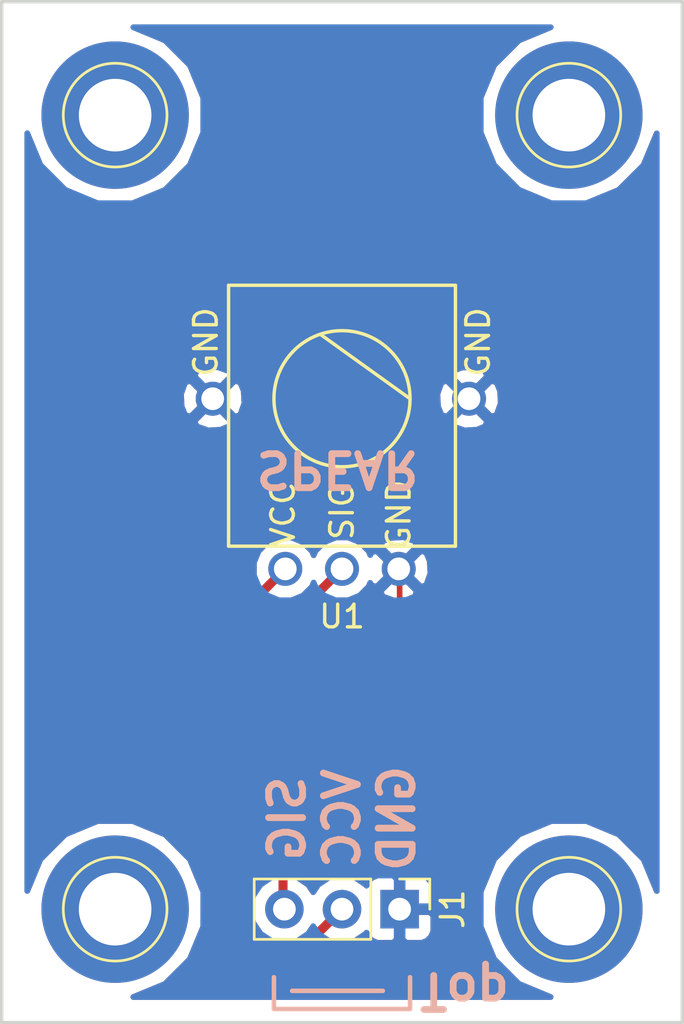
<source format=kicad_pcb>
(kicad_pcb (version 4) (host pcbnew 4.0.7)

  (general
    (links 5)
    (no_connects 0)
    (area 119.924999 69.924999 150.075001 115.075001)
    (thickness 1.6)
    (drawings 13)
    (tracks 11)
    (zones 0)
    (modules 6)
    (nets 4)
  )

  (page A4)
  (layers
    (0 F.Cu signal)
    (31 B.Cu signal)
    (32 B.Adhes user)
    (33 F.Adhes user)
    (34 B.Paste user)
    (35 F.Paste user)
    (36 B.SilkS user)
    (37 F.SilkS user)
    (38 B.Mask user)
    (39 F.Mask user)
    (40 Dwgs.User user)
    (41 Cmts.User user)
    (42 Eco1.User user)
    (43 Eco2.User user)
    (44 Edge.Cuts user)
    (45 Margin user)
    (46 B.CrtYd user)
    (47 F.CrtYd user)
    (48 B.Fab user)
    (49 F.Fab user)
  )

  (setup
    (last_trace_width 0.25)
    (trace_clearance 0.2)
    (zone_clearance 0.508)
    (zone_45_only no)
    (trace_min 0.2)
    (segment_width 0.2)
    (edge_width 0.15)
    (via_size 0.6)
    (via_drill 0.4)
    (via_min_size 0.4)
    (via_min_drill 0.3)
    (uvia_size 0.3)
    (uvia_drill 0.1)
    (uvias_allowed no)
    (uvia_min_size 0.2)
    (uvia_min_drill 0.1)
    (pcb_text_width 0.3)
    (pcb_text_size 1.5 1.5)
    (mod_edge_width 0.15)
    (mod_text_size 1 1)
    (mod_text_width 0.15)
    (pad_size 6.5 6.5)
    (pad_drill 3.2)
    (pad_to_mask_clearance 0.2)
    (aux_axis_origin 120 70)
    (grid_origin 120 70)
    (visible_elements 7FFFFFFF)
    (pcbplotparams
      (layerselection 0x010f0_80000001)
      (usegerberextensions false)
      (excludeedgelayer true)
      (linewidth 0.100000)
      (plotframeref false)
      (viasonmask false)
      (mode 1)
      (useauxorigin false)
      (hpglpennumber 1)
      (hpglpenspeed 20)
      (hpglpendiameter 15)
      (hpglpenoverlay 2)
      (psnegative false)
      (psa4output false)
      (plotreference true)
      (plotvalue true)
      (plotinvisibletext false)
      (padsonsilk false)
      (subtractmaskfromsilk false)
      (outputformat 1)
      (mirror false)
      (drillshape 0)
      (scaleselection 1)
      (outputdirectory Gerbers/))
  )

  (net 0 "")
  (net 1 /GND)
  (net 2 /VCC)
  (net 3 /SIGNAL)

  (net_class Default "This is the default net class."
    (clearance 0.2)
    (trace_width 0.25)
    (via_dia 0.6)
    (via_drill 0.4)
    (uvia_dia 0.3)
    (uvia_drill 0.1)
    (add_net /GND)
    (add_net /SIGNAL)
    (add_net /VCC)
  )

  (module Pin_Headers:Pin_Header_Straight_1x03_Pitch2.54mm (layer F.Cu) (tedit 59650532) (tstamp 5B33A996)
    (at 137.54 110 270)
    (descr "Through hole straight pin header, 1x03, 2.54mm pitch, single row")
    (tags "Through hole pin header THT 1x03 2.54mm single row")
    (path /5B32667A)
    (fp_text reference J1 (at 0 -2.33 270) (layer F.SilkS)
      (effects (font (size 1 1) (thickness 0.15)))
    )
    (fp_text value Conn_01x03 (at 0 7.41 270) (layer F.Fab)
      (effects (font (size 1 1) (thickness 0.15)))
    )
    (fp_line (start -0.635 -1.27) (end 1.27 -1.27) (layer F.Fab) (width 0.1))
    (fp_line (start 1.27 -1.27) (end 1.27 6.35) (layer F.Fab) (width 0.1))
    (fp_line (start 1.27 6.35) (end -1.27 6.35) (layer F.Fab) (width 0.1))
    (fp_line (start -1.27 6.35) (end -1.27 -0.635) (layer F.Fab) (width 0.1))
    (fp_line (start -1.27 -0.635) (end -0.635 -1.27) (layer F.Fab) (width 0.1))
    (fp_line (start -1.33 6.41) (end 1.33 6.41) (layer F.SilkS) (width 0.12))
    (fp_line (start -1.33 1.27) (end -1.33 6.41) (layer F.SilkS) (width 0.12))
    (fp_line (start 1.33 1.27) (end 1.33 6.41) (layer F.SilkS) (width 0.12))
    (fp_line (start -1.33 1.27) (end 1.33 1.27) (layer F.SilkS) (width 0.12))
    (fp_line (start -1.33 0) (end -1.33 -1.33) (layer F.SilkS) (width 0.12))
    (fp_line (start -1.33 -1.33) (end 0 -1.33) (layer F.SilkS) (width 0.12))
    (fp_line (start -1.8 -1.8) (end -1.8 6.85) (layer F.CrtYd) (width 0.05))
    (fp_line (start -1.8 6.85) (end 1.8 6.85) (layer F.CrtYd) (width 0.05))
    (fp_line (start 1.8 6.85) (end 1.8 -1.8) (layer F.CrtYd) (width 0.05))
    (fp_line (start 1.8 -1.8) (end -1.8 -1.8) (layer F.CrtYd) (width 0.05))
    (fp_text user %R (at 0 2.54 360) (layer F.Fab)
      (effects (font (size 1 1) (thickness 0.15)))
    )
    (pad 1 thru_hole rect (at 0 0 270) (size 1.7 1.7) (drill 1) (layers *.Cu *.Mask)
      (net 1 /GND))
    (pad 2 thru_hole oval (at 0 2.54 270) (size 1.7 1.7) (drill 1) (layers *.Cu *.Mask)
      (net 2 /VCC))
    (pad 3 thru_hole oval (at 0 5.08 270) (size 1.7 1.7) (drill 1) (layers *.Cu *.Mask)
      (net 3 /SIGNAL))
    (model ${KISYS3DMOD}/Pin_Headers.3dshapes/Pin_Header_Straight_1x03_Pitch2.54mm.wrl
      (at (xyz 0 0 0))
      (scale (xyz 1 1 1))
      (rotate (xyz 0 0 0))
    )
  )

  (module Connectors:1pin (layer F.Cu) (tedit 5B35C26C) (tstamp 5B33B2E1)
    (at 125 75)
    (descr "module 1 pin (ou trou mecanique de percage)")
    (tags DEV)
    (fp_text reference REF** (at 0 -3.048) (layer F.SilkS) hide
      (effects (font (size 1 1) (thickness 0.15)))
    )
    (fp_text value 1pin (at 0 3) (layer F.Fab)
      (effects (font (size 1 1) (thickness 0.15)))
    )
    (fp_circle (center 0 0) (end 2 0.8) (layer F.Fab) (width 0.1))
    (fp_circle (center 0 0) (end 2.6 0) (layer F.CrtYd) (width 0.05))
    (fp_circle (center 0 0) (end 0 -2.286) (layer F.SilkS) (width 0.12))
    (pad ~ thru_hole circle (at 0 0) (size 6.5 6.5) (drill 3.2) (layers *.Cu *.Mask))
  )

  (module Connectors:1pin (layer F.Cu) (tedit 5B35C274) (tstamp 5B33B2F0)
    (at 145 75)
    (descr "module 1 pin (ou trou mecanique de percage)")
    (tags DEV)
    (fp_text reference REF** (at 0 -3.048) (layer F.SilkS) hide
      (effects (font (size 1 1) (thickness 0.15)))
    )
    (fp_text value 1pin (at 0 3) (layer F.Fab)
      (effects (font (size 1 1) (thickness 0.15)))
    )
    (fp_circle (center 0 0) (end 2 0.8) (layer F.Fab) (width 0.1))
    (fp_circle (center 0 0) (end 2.6 0) (layer F.CrtYd) (width 0.05))
    (fp_circle (center 0 0) (end 0 -2.286) (layer F.SilkS) (width 0.12))
    (pad ~ thru_hole circle (at 0 0) (size 6.5 6.5) (drill 3.2) (layers *.Cu *.Mask))
  )

  (module Connectors:1pin (layer F.Cu) (tedit 5B35C257) (tstamp 5B33B302)
    (at 125 110)
    (descr "module 1 pin (ou trou mecanique de percage)")
    (tags DEV)
    (fp_text reference REF** (at 0 -3.048) (layer F.SilkS) hide
      (effects (font (size 1 1) (thickness 0.15)))
    )
    (fp_text value 1pin (at 0 3) (layer F.Fab)
      (effects (font (size 1 1) (thickness 0.15)))
    )
    (fp_circle (center 0 0) (end 2 0.8) (layer F.Fab) (width 0.1))
    (fp_circle (center 0 0) (end 2.6 0) (layer F.CrtYd) (width 0.05))
    (fp_circle (center 0 0) (end 0 -2.286) (layer F.SilkS) (width 0.12))
    (pad ~ thru_hole circle (at 0 0) (size 6.5 6.5) (drill 3.2) (layers *.Cu *.Mask))
  )

  (module Connectors:1pin (layer F.Cu) (tedit 5B35C262) (tstamp 5B33B312)
    (at 145 110)
    (descr "module 1 pin (ou trou mecanique de percage)")
    (tags DEV)
    (fp_text reference REF** (at 0 -3.048) (layer F.SilkS) hide
      (effects (font (size 1 1) (thickness 0.15)))
    )
    (fp_text value 1pin (at 0 3) (layer F.Fab)
      (effects (font (size 1 1) (thickness 0.15)))
    )
    (fp_circle (center 0 0) (end 2 0.8) (layer F.Fab) (width 0.1))
    (fp_circle (center 0 0) (end 2.6 0) (layer F.CrtYd) (width 0.05))
    (fp_circle (center 0 0) (end 0 -2.286) (layer F.SilkS) (width 0.12))
    (pad ~ thru_hole circle (at 0 0) (size 6.5 6.5) (drill 3.2) (layers *.Cu *.Mask))
  )

  (module "SPEAR Arm Encoder:Potentiometer" (layer F.Cu) (tedit 5B35BFD1) (tstamp 5B35C1CA)
    (at 135 90)
    (path /5B325F2E)
    (fp_text reference U1 (at 0 7.1) (layer F.SilkS)
      (effects (font (size 1 1) (thickness 0.15)))
    )
    (fp_text value Potentiometer (at 0 -8.2) (layer F.Fab)
      (effects (font (size 1 1) (thickness 0.15)))
    )
    (fp_line (start 3 -2.5) (end -0.9 -5.3) (layer F.SilkS) (width 0.15))
    (fp_circle (center 0 -2.5) (end 3 -2.5) (layer F.SilkS) (width 0.15))
    (fp_line (start -5 -7.5) (end -5 4) (layer F.SilkS) (width 0.15))
    (fp_line (start 5 -7.5) (end -5 -7.5) (layer F.SilkS) (width 0.15))
    (fp_line (start 5 4) (end 5 -7.5) (layer F.SilkS) (width 0.15))
    (fp_line (start -5 4) (end 5 4) (layer F.SilkS) (width 0.15))
    (fp_text user GND (at -6 -5 90) (layer F.SilkS)
      (effects (font (size 1 1) (thickness 0.15)))
    )
    (fp_text user GND (at 6 -5 90) (layer F.SilkS)
      (effects (font (size 1 1) (thickness 0.15)))
    )
    (fp_text user GND (at 2.5 2.6 270) (layer F.SilkS)
      (effects (font (size 1 1) (thickness 0.15)))
    )
    (fp_text user SIG (at 0 2.5 90) (layer F.SilkS)
      (effects (font (size 1 1) (thickness 0.15)))
    )
    (fp_text user VCC (at -2.6 2.6 270) (layer F.SilkS)
      (effects (font (size 1 1) (thickness 0.15)))
    )
    (pad 1 thru_hole circle (at -2.5 5) (size 1.5 1.5) (drill 1) (layers *.Cu *.Mask)
      (net 2 /VCC))
    (pad 2 thru_hole circle (at 0 5) (size 1.5 1.5) (drill 1) (layers *.Cu *.Mask)
      (net 3 /SIGNAL))
    (pad 3 thru_hole circle (at 2.5 5) (size 1.5 1.5) (drill 1) (layers *.Cu *.Mask)
      (net 1 /GND))
    (pad 4 thru_hole circle (at -5.7 -2.5) (size 1.5 1.5) (drill 1) (layers *.Cu *.Mask)
      (net 1 /GND))
    (pad 5 thru_hole circle (at 5.6 -2.5) (size 1.5 1.5) (drill 1) (layers *.Cu *.Mask)
      (net 1 /GND))
  )

  (gr_text SPEAR (at 134.8 90.6 180) (layer B.SilkS)
    (effects (font (size 1.5 1.5) (thickness 0.3)) (justify mirror))
  )
  (gr_text Top (at 140.4 113.6 180) (layer B.SilkS)
    (effects (font (size 1.5 1.5) (thickness 0.3)) (justify mirror))
  )
  (gr_line (start 132.8 113.6) (end 136.8 113.6) (layer B.SilkS) (width 0.2))
  (gr_line (start 132 113.6) (end 132 113) (layer B.SilkS) (width 0.2))
  (gr_line (start 138 114.4) (end 138 113) (layer B.SilkS) (width 0.2))
  (gr_line (start 132 114.4) (end 138 114.4) (layer B.SilkS) (width 0.2))
  (gr_line (start 132 113.6) (end 132 114.4) (layer B.SilkS) (width 0.2))
  (gr_text "SIG\nVCC\nGND" (at 135 106 90) (layer B.SilkS)
    (effects (font (size 1.5 1.5) (thickness 0.3)) (justify mirror))
  )
  (gr_line (start 120 115) (end 120 70) (layer Edge.Cuts) (width 0.15))
  (gr_line (start 150 115) (end 120 115) (layer Edge.Cuts) (width 0.15))
  (gr_line (start 150 100) (end 150 115) (layer Edge.Cuts) (width 0.15))
  (gr_line (start 150 70) (end 150 100) (layer Edge.Cuts) (width 0.15))
  (gr_line (start 120 70) (end 150 70) (layer Edge.Cuts) (width 0.15))

  (segment (start 137.54 110) (end 137.54 95.04) (width 0.25) (layer F.Cu) (net 1))
  (segment (start 137.54 95.04) (end 137.5 95) (width 0.25) (layer F.Cu) (net 1))
  (segment (start 135 110) (end 133 112) (width 0.4) (layer F.Cu) (net 2))
  (segment (start 130.8 96.7) (end 131.750001 95.749999) (width 0.4) (layer F.Cu) (net 2))
  (segment (start 131.750001 95.749999) (end 132.5 95) (width 0.4) (layer F.Cu) (net 2))
  (segment (start 133 112) (end 132 112) (width 0.4) (layer F.Cu) (net 2))
  (segment (start 132 112) (end 130.8 110.8) (width 0.4) (layer F.Cu) (net 2))
  (segment (start 130.8 110.8) (end 130.8 96.7) (width 0.4) (layer F.Cu) (net 2))
  (segment (start 132.46 110) (end 132.4 109.94) (width 0.4) (layer F.Cu) (net 3))
  (segment (start 132.4 109.94) (end 132.4 97.6) (width 0.4) (layer F.Cu) (net 3))
  (segment (start 132.4 97.6) (end 135 95) (width 0.4) (layer F.Cu) (net 3))

  (zone (net 1) (net_name /GND) (layer F.Cu) (tstamp 0) (hatch edge 0.508)
    (connect_pads (clearance 0.508))
    (min_thickness 0.254)
    (fill yes (arc_segments 16) (thermal_gap 0.508) (thermal_bridge_width 0.508))
    (polygon
      (pts
        (xy 121 71) (xy 149 71) (xy 149 114) (xy 121 114)
      )
    )
    (filled_polygon
      (pts
        (xy 142.802199 71.704537) (xy 141.708377 72.796451) (xy 141.115676 74.223835) (xy 141.114327 75.769384) (xy 141.704537 77.197801)
        (xy 142.796451 78.291623) (xy 144.223835 78.884324) (xy 145.769384 78.885673) (xy 147.197801 78.295463) (xy 148.291623 77.203549)
        (xy 148.873 75.803436) (xy 148.873 109.199945) (xy 148.295463 107.802199) (xy 147.203549 106.708377) (xy 145.776165 106.115676)
        (xy 144.230616 106.114327) (xy 142.802199 106.704537) (xy 141.708377 107.796451) (xy 141.115676 109.223835) (xy 141.114327 110.769384)
        (xy 141.704537 112.197801) (xy 142.796451 113.291623) (xy 144.196564 113.873) (xy 125.800055 113.873) (xy 127.197801 113.295463)
        (xy 128.291623 112.203549) (xy 128.884324 110.776165) (xy 128.885673 109.230616) (xy 128.295463 107.802199) (xy 127.203549 106.708377)
        (xy 125.776165 106.115676) (xy 124.230616 106.114327) (xy 122.802199 106.704537) (xy 121.708377 107.796451) (xy 121.127 109.196564)
        (xy 121.127 96.7) (xy 129.965 96.7) (xy 129.965 110.8) (xy 130.028561 111.119541) (xy 130.058936 111.165)
        (xy 130.209566 111.390434) (xy 131.409566 112.590434) (xy 131.680459 112.771439) (xy 132 112.835) (xy 133 112.835)
        (xy 133.319541 112.771439) (xy 133.590434 112.590434) (xy 134.722061 111.458807) (xy 135 111.514093) (xy 135.568285 111.401054)
        (xy 136.050054 111.079147) (xy 136.079403 111.035223) (xy 136.151673 111.209698) (xy 136.330301 111.388327) (xy 136.56369 111.485)
        (xy 137.25425 111.485) (xy 137.413 111.32625) (xy 137.413 110.127) (xy 137.667 110.127) (xy 137.667 111.32625)
        (xy 137.82575 111.485) (xy 138.51631 111.485) (xy 138.749699 111.388327) (xy 138.928327 111.209698) (xy 139.025 110.976309)
        (xy 139.025 110.28575) (xy 138.86625 110.127) (xy 137.667 110.127) (xy 137.413 110.127) (xy 137.393 110.127)
        (xy 137.393 109.873) (xy 137.413 109.873) (xy 137.413 108.67375) (xy 137.667 108.67375) (xy 137.667 109.873)
        (xy 138.86625 109.873) (xy 139.025 109.71425) (xy 139.025 109.023691) (xy 138.928327 108.790302) (xy 138.749699 108.611673)
        (xy 138.51631 108.515) (xy 137.82575 108.515) (xy 137.667 108.67375) (xy 137.413 108.67375) (xy 137.25425 108.515)
        (xy 136.56369 108.515) (xy 136.330301 108.611673) (xy 136.151673 108.790302) (xy 136.079403 108.964777) (xy 136.050054 108.920853)
        (xy 135.568285 108.598946) (xy 135 108.485907) (xy 134.431715 108.598946) (xy 133.949946 108.920853) (xy 133.73 109.250026)
        (xy 133.510054 108.920853) (xy 133.235 108.737068) (xy 133.235 97.945868) (xy 134.796045 96.384823) (xy 135.274285 96.38524)
        (xy 135.783515 96.174831) (xy 135.987183 95.971517) (xy 136.708088 95.971517) (xy 136.776077 96.21246) (xy 137.295171 96.397201)
        (xy 137.845448 96.36923) (xy 138.223923 96.21246) (xy 138.291912 95.971517) (xy 137.5 95.179605) (xy 136.708088 95.971517)
        (xy 135.987183 95.971517) (xy 136.173461 95.785564) (xy 136.243353 95.617246) (xy 136.28754 95.723923) (xy 136.528483 95.791912)
        (xy 137.320395 95) (xy 137.679605 95) (xy 138.471517 95.791912) (xy 138.71246 95.723923) (xy 138.897201 95.204829)
        (xy 138.86923 94.654552) (xy 138.71246 94.276077) (xy 138.471517 94.208088) (xy 137.679605 95) (xy 137.320395 95)
        (xy 136.528483 94.208088) (xy 136.28754 94.276077) (xy 136.246778 94.390611) (xy 136.174831 94.216485) (xy 135.987157 94.028483)
        (xy 136.708088 94.028483) (xy 137.5 94.820395) (xy 138.291912 94.028483) (xy 138.223923 93.78754) (xy 137.704829 93.602799)
        (xy 137.154552 93.63077) (xy 136.776077 93.78754) (xy 136.708088 94.028483) (xy 135.987157 94.028483) (xy 135.785564 93.826539)
        (xy 135.276702 93.615241) (xy 134.725715 93.61476) (xy 134.216485 93.825169) (xy 133.826539 94.214436) (xy 133.750073 94.398586)
        (xy 133.674831 94.216485) (xy 133.285564 93.826539) (xy 132.776702 93.615241) (xy 132.225715 93.61476) (xy 131.716485 93.825169)
        (xy 131.326539 94.214436) (xy 131.115241 94.723298) (xy 131.114821 95.204311) (xy 130.209566 96.109566) (xy 130.028561 96.380459)
        (xy 129.965 96.7) (xy 121.127 96.7) (xy 121.127 88.471517) (xy 128.508088 88.471517) (xy 128.576077 88.71246)
        (xy 129.095171 88.897201) (xy 129.645448 88.86923) (xy 130.023923 88.71246) (xy 130.091912 88.471517) (xy 139.808088 88.471517)
        (xy 139.876077 88.71246) (xy 140.395171 88.897201) (xy 140.945448 88.86923) (xy 141.323923 88.71246) (xy 141.391912 88.471517)
        (xy 140.6 87.679605) (xy 139.808088 88.471517) (xy 130.091912 88.471517) (xy 129.3 87.679605) (xy 128.508088 88.471517)
        (xy 121.127 88.471517) (xy 121.127 87.295171) (xy 127.902799 87.295171) (xy 127.93077 87.845448) (xy 128.08754 88.223923)
        (xy 128.328483 88.291912) (xy 129.120395 87.5) (xy 129.479605 87.5) (xy 130.271517 88.291912) (xy 130.51246 88.223923)
        (xy 130.697201 87.704829) (xy 130.676378 87.295171) (xy 139.202799 87.295171) (xy 139.23077 87.845448) (xy 139.38754 88.223923)
        (xy 139.628483 88.291912) (xy 140.420395 87.5) (xy 140.779605 87.5) (xy 141.571517 88.291912) (xy 141.81246 88.223923)
        (xy 141.997201 87.704829) (xy 141.96923 87.154552) (xy 141.81246 86.776077) (xy 141.571517 86.708088) (xy 140.779605 87.5)
        (xy 140.420395 87.5) (xy 139.628483 86.708088) (xy 139.38754 86.776077) (xy 139.202799 87.295171) (xy 130.676378 87.295171)
        (xy 130.66923 87.154552) (xy 130.51246 86.776077) (xy 130.271517 86.708088) (xy 129.479605 87.5) (xy 129.120395 87.5)
        (xy 128.328483 86.708088) (xy 128.08754 86.776077) (xy 127.902799 87.295171) (xy 121.127 87.295171) (xy 121.127 86.528483)
        (xy 128.508088 86.528483) (xy 129.3 87.320395) (xy 130.091912 86.528483) (xy 139.808088 86.528483) (xy 140.6 87.320395)
        (xy 141.391912 86.528483) (xy 141.323923 86.28754) (xy 140.804829 86.102799) (xy 140.254552 86.13077) (xy 139.876077 86.28754)
        (xy 139.808088 86.528483) (xy 130.091912 86.528483) (xy 130.023923 86.28754) (xy 129.504829 86.102799) (xy 128.954552 86.13077)
        (xy 128.576077 86.28754) (xy 128.508088 86.528483) (xy 121.127 86.528483) (xy 121.127 75.800055) (xy 121.704537 77.197801)
        (xy 122.796451 78.291623) (xy 124.223835 78.884324) (xy 125.769384 78.885673) (xy 127.197801 78.295463) (xy 128.291623 77.203549)
        (xy 128.884324 75.776165) (xy 128.885673 74.230616) (xy 128.295463 72.802199) (xy 127.203549 71.708377) (xy 125.803436 71.127)
        (xy 144.199945 71.127)
      )
    )
  )
  (zone (net 1) (net_name /GND) (layer B.Cu) (tstamp 0) (hatch edge 0.508)
    (connect_pads (clearance 0.508))
    (min_thickness 0.254)
    (fill yes (arc_segments 16) (thermal_gap 0.508) (thermal_bridge_width 0.508))
    (polygon
      (pts
        (xy 121 71) (xy 149 71) (xy 149 114) (xy 121 114)
      )
    )
    (filled_polygon
      (pts
        (xy 142.802199 71.704537) (xy 141.708377 72.796451) (xy 141.115676 74.223835) (xy 141.114327 75.769384) (xy 141.704537 77.197801)
        (xy 142.796451 78.291623) (xy 144.223835 78.884324) (xy 145.769384 78.885673) (xy 147.197801 78.295463) (xy 148.291623 77.203549)
        (xy 148.873 75.803436) (xy 148.873 109.199945) (xy 148.295463 107.802199) (xy 147.203549 106.708377) (xy 145.776165 106.115676)
        (xy 144.230616 106.114327) (xy 142.802199 106.704537) (xy 141.708377 107.796451) (xy 141.115676 109.223835) (xy 141.114327 110.769384)
        (xy 141.704537 112.197801) (xy 142.796451 113.291623) (xy 144.196564 113.873) (xy 125.800055 113.873) (xy 127.197801 113.295463)
        (xy 128.291623 112.203549) (xy 128.884324 110.776165) (xy 128.885026 109.970907) (xy 130.975 109.970907) (xy 130.975 110.029093)
        (xy 131.088039 110.597378) (xy 131.409946 111.079147) (xy 131.891715 111.401054) (xy 132.46 111.514093) (xy 133.028285 111.401054)
        (xy 133.510054 111.079147) (xy 133.73 110.749974) (xy 133.949946 111.079147) (xy 134.431715 111.401054) (xy 135 111.514093)
        (xy 135.568285 111.401054) (xy 136.050054 111.079147) (xy 136.079403 111.035223) (xy 136.151673 111.209698) (xy 136.330301 111.388327)
        (xy 136.56369 111.485) (xy 137.25425 111.485) (xy 137.413 111.32625) (xy 137.413 110.127) (xy 137.667 110.127)
        (xy 137.667 111.32625) (xy 137.82575 111.485) (xy 138.51631 111.485) (xy 138.749699 111.388327) (xy 138.928327 111.209698)
        (xy 139.025 110.976309) (xy 139.025 110.28575) (xy 138.86625 110.127) (xy 137.667 110.127) (xy 137.413 110.127)
        (xy 137.393 110.127) (xy 137.393 109.873) (xy 137.413 109.873) (xy 137.413 108.67375) (xy 137.667 108.67375)
        (xy 137.667 109.873) (xy 138.86625 109.873) (xy 139.025 109.71425) (xy 139.025 109.023691) (xy 138.928327 108.790302)
        (xy 138.749699 108.611673) (xy 138.51631 108.515) (xy 137.82575 108.515) (xy 137.667 108.67375) (xy 137.413 108.67375)
        (xy 137.25425 108.515) (xy 136.56369 108.515) (xy 136.330301 108.611673) (xy 136.151673 108.790302) (xy 136.079403 108.964777)
        (xy 136.050054 108.920853) (xy 135.568285 108.598946) (xy 135 108.485907) (xy 134.431715 108.598946) (xy 133.949946 108.920853)
        (xy 133.73 109.250026) (xy 133.510054 108.920853) (xy 133.028285 108.598946) (xy 132.46 108.485907) (xy 131.891715 108.598946)
        (xy 131.409946 108.920853) (xy 131.088039 109.402622) (xy 130.975 109.970907) (xy 128.885026 109.970907) (xy 128.885673 109.230616)
        (xy 128.295463 107.802199) (xy 127.203549 106.708377) (xy 125.776165 106.115676) (xy 124.230616 106.114327) (xy 122.802199 106.704537)
        (xy 121.708377 107.796451) (xy 121.127 109.196564) (xy 121.127 95.274285) (xy 131.11476 95.274285) (xy 131.325169 95.783515)
        (xy 131.714436 96.173461) (xy 132.223298 96.384759) (xy 132.774285 96.38524) (xy 133.283515 96.174831) (xy 133.673461 95.785564)
        (xy 133.749927 95.601414) (xy 133.825169 95.783515) (xy 134.214436 96.173461) (xy 134.723298 96.384759) (xy 135.274285 96.38524)
        (xy 135.783515 96.174831) (xy 135.987183 95.971517) (xy 136.708088 95.971517) (xy 136.776077 96.21246) (xy 137.295171 96.397201)
        (xy 137.845448 96.36923) (xy 138.223923 96.21246) (xy 138.291912 95.971517) (xy 137.5 95.179605) (xy 136.708088 95.971517)
        (xy 135.987183 95.971517) (xy 136.173461 95.785564) (xy 136.243353 95.617246) (xy 136.28754 95.723923) (xy 136.528483 95.791912)
        (xy 137.320395 95) (xy 137.679605 95) (xy 138.471517 95.791912) (xy 138.71246 95.723923) (xy 138.897201 95.204829)
        (xy 138.86923 94.654552) (xy 138.71246 94.276077) (xy 138.471517 94.208088) (xy 137.679605 95) (xy 137.320395 95)
        (xy 136.528483 94.208088) (xy 136.28754 94.276077) (xy 136.246778 94.390611) (xy 136.174831 94.216485) (xy 135.987157 94.028483)
        (xy 136.708088 94.028483) (xy 137.5 94.820395) (xy 138.291912 94.028483) (xy 138.223923 93.78754) (xy 137.704829 93.602799)
        (xy 137.154552 93.63077) (xy 136.776077 93.78754) (xy 136.708088 94.028483) (xy 135.987157 94.028483) (xy 135.785564 93.826539)
        (xy 135.276702 93.615241) (xy 134.725715 93.61476) (xy 134.216485 93.825169) (xy 133.826539 94.214436) (xy 133.750073 94.398586)
        (xy 133.674831 94.216485) (xy 133.285564 93.826539) (xy 132.776702 93.615241) (xy 132.225715 93.61476) (xy 131.716485 93.825169)
        (xy 131.326539 94.214436) (xy 131.115241 94.723298) (xy 131.11476 95.274285) (xy 121.127 95.274285) (xy 121.127 88.471517)
        (xy 128.508088 88.471517) (xy 128.576077 88.71246) (xy 129.095171 88.897201) (xy 129.645448 88.86923) (xy 130.023923 88.71246)
        (xy 130.091912 88.471517) (xy 139.808088 88.471517) (xy 139.876077 88.71246) (xy 140.395171 88.897201) (xy 140.945448 88.86923)
        (xy 141.323923 88.71246) (xy 141.391912 88.471517) (xy 140.6 87.679605) (xy 139.808088 88.471517) (xy 130.091912 88.471517)
        (xy 129.3 87.679605) (xy 128.508088 88.471517) (xy 121.127 88.471517) (xy 121.127 87.295171) (xy 127.902799 87.295171)
        (xy 127.93077 87.845448) (xy 128.08754 88.223923) (xy 128.328483 88.291912) (xy 129.120395 87.5) (xy 129.479605 87.5)
        (xy 130.271517 88.291912) (xy 130.51246 88.223923) (xy 130.697201 87.704829) (xy 130.676378 87.295171) (xy 139.202799 87.295171)
        (xy 139.23077 87.845448) (xy 139.38754 88.223923) (xy 139.628483 88.291912) (xy 140.420395 87.5) (xy 140.779605 87.5)
        (xy 141.571517 88.291912) (xy 141.81246 88.223923) (xy 141.997201 87.704829) (xy 141.96923 87.154552) (xy 141.81246 86.776077)
        (xy 141.571517 86.708088) (xy 140.779605 87.5) (xy 140.420395 87.5) (xy 139.628483 86.708088) (xy 139.38754 86.776077)
        (xy 139.202799 87.295171) (xy 130.676378 87.295171) (xy 130.66923 87.154552) (xy 130.51246 86.776077) (xy 130.271517 86.708088)
        (xy 129.479605 87.5) (xy 129.120395 87.5) (xy 128.328483 86.708088) (xy 128.08754 86.776077) (xy 127.902799 87.295171)
        (xy 121.127 87.295171) (xy 121.127 86.528483) (xy 128.508088 86.528483) (xy 129.3 87.320395) (xy 130.091912 86.528483)
        (xy 139.808088 86.528483) (xy 140.6 87.320395) (xy 141.391912 86.528483) (xy 141.323923 86.28754) (xy 140.804829 86.102799)
        (xy 140.254552 86.13077) (xy 139.876077 86.28754) (xy 139.808088 86.528483) (xy 130.091912 86.528483) (xy 130.023923 86.28754)
        (xy 129.504829 86.102799) (xy 128.954552 86.13077) (xy 128.576077 86.28754) (xy 128.508088 86.528483) (xy 121.127 86.528483)
        (xy 121.127 75.800055) (xy 121.704537 77.197801) (xy 122.796451 78.291623) (xy 124.223835 78.884324) (xy 125.769384 78.885673)
        (xy 127.197801 78.295463) (xy 128.291623 77.203549) (xy 128.884324 75.776165) (xy 128.885673 74.230616) (xy 128.295463 72.802199)
        (xy 127.203549 71.708377) (xy 125.803436 71.127) (xy 144.199945 71.127)
      )
    )
  )
)

</source>
